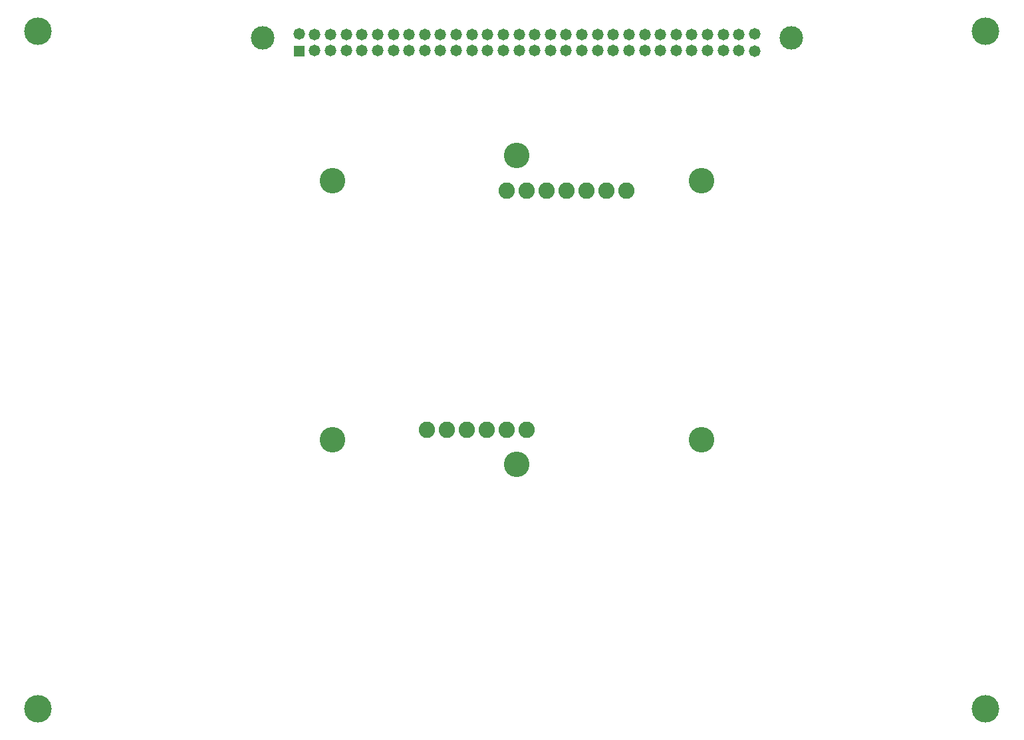
<source format=gbs>
G75*
%MOIN*%
%OFA0B0*%
%FSLAX25Y25*%
%IPPOS*%
%LPD*%
%AMOC8*
5,1,8,0,0,1.08239X$1,22.5*
%
%ADD10C,0.08200*%
%ADD11C,0.12800*%
%ADD12R,0.05820X0.05820*%
%ADD13C,0.05820*%
%ADD14C,0.11800*%
%ADD15C,0.13800*%
D10*
X0358333Y0260000D03*
X0368333Y0260000D03*
X0378333Y0260000D03*
X0388333Y0260000D03*
X0398333Y0260000D03*
X0408333Y0260000D03*
X0408333Y0380000D03*
X0398333Y0380000D03*
X0418333Y0380000D03*
X0428333Y0380000D03*
X0438333Y0380000D03*
X0448333Y0380000D03*
X0458333Y0380000D03*
D11*
X0495833Y0385000D03*
X0403333Y0397500D03*
X0310833Y0385000D03*
X0310833Y0255000D03*
X0403333Y0242500D03*
X0495833Y0255000D03*
D12*
X0294160Y0449921D03*
D13*
X0302034Y0450315D03*
X0302034Y0458189D03*
X0309908Y0458189D03*
X0309908Y0450315D03*
X0317782Y0450315D03*
X0317782Y0458189D03*
X0325656Y0458189D03*
X0325656Y0450315D03*
X0333530Y0450315D03*
X0333530Y0458189D03*
X0341404Y0458189D03*
X0341404Y0450315D03*
X0349278Y0450315D03*
X0349278Y0458189D03*
X0357152Y0458189D03*
X0357152Y0450315D03*
X0365026Y0450315D03*
X0365026Y0458189D03*
X0372900Y0458189D03*
X0372900Y0450315D03*
X0380774Y0450315D03*
X0380774Y0458189D03*
X0388648Y0458189D03*
X0388648Y0450315D03*
X0396522Y0450315D03*
X0396522Y0458189D03*
X0404396Y0458189D03*
X0404396Y0450315D03*
X0412270Y0450315D03*
X0412270Y0458189D03*
X0420144Y0458189D03*
X0420144Y0450315D03*
X0428018Y0450315D03*
X0428018Y0458189D03*
X0435892Y0458189D03*
X0435892Y0450315D03*
X0443766Y0450315D03*
X0443766Y0458189D03*
X0451640Y0458189D03*
X0451640Y0450315D03*
X0459514Y0450315D03*
X0459514Y0458189D03*
X0467388Y0458189D03*
X0467388Y0450315D03*
X0475262Y0450315D03*
X0475262Y0458189D03*
X0483136Y0458189D03*
X0483136Y0450315D03*
X0491010Y0450315D03*
X0491010Y0458189D03*
X0498885Y0458189D03*
X0506759Y0458189D03*
X0506759Y0450315D03*
X0498885Y0450315D03*
X0514633Y0450315D03*
X0514633Y0458189D03*
X0522507Y0458583D03*
X0522507Y0449921D03*
X0294160Y0458583D03*
D14*
X0275833Y0456600D03*
X0540833Y0456600D03*
D15*
X0163333Y0120000D03*
X0163333Y0460000D03*
X0638333Y0460000D03*
X0638333Y0120000D03*
M02*

</source>
